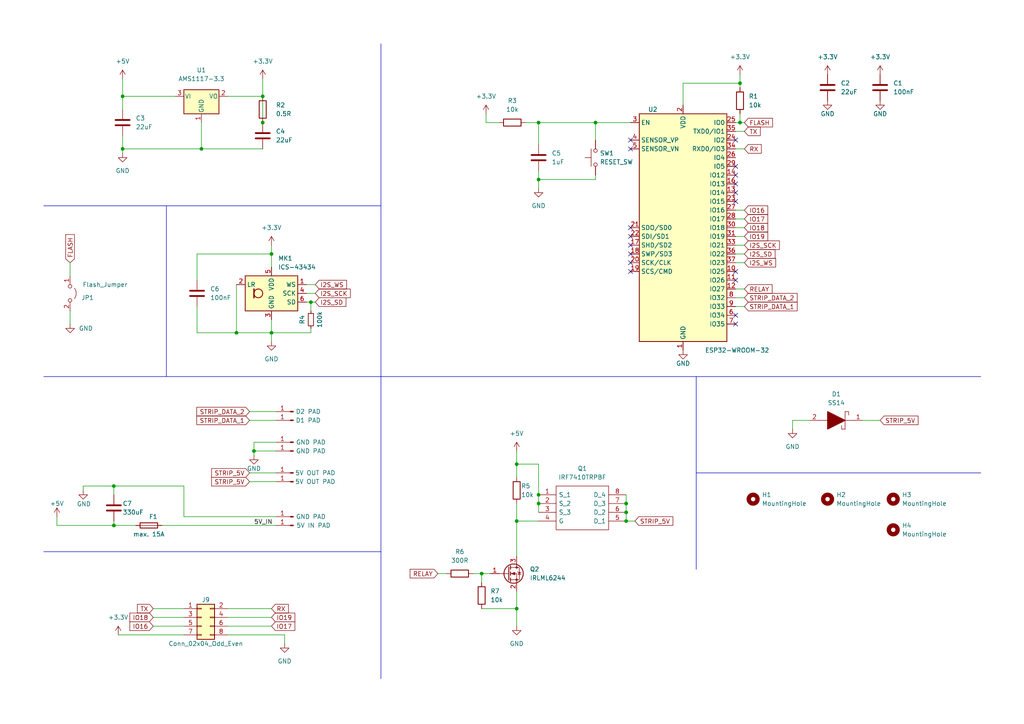
<source format=kicad_sch>
(kicad_sch (version 20230121) (generator eeschema)
  (paper "A4")
  (title_block (title "ULCSRWLEDC") (date "2023-07-15") (rev "1.0") (company "NANDXOR"))
  (lib_symbols
    (symbol "Connector:Conn_01x01_Pin" (pin_names (offset 1.016) hide)
      (property "Reference" "J" (at 0 2.54 0))
      (property "Value" "Conn_01x01_Pin" (at 0 -2.54 0))
      (symbol "Conn_01x01_Pin_1_1"
        (polyline (pts (xy 1.27 0) (xy 0.8636 0)) (stroke (width 0.1524)))
        (rectangle (start 0.8636 0.127) (end 0 -0.127) (stroke (width 0.1524)) (fill (type outline)))
        (pin passive line (at 5.08 0 180) (length 3.81) (name "Pin_1") (number "1"))
      )
    )
    (symbol "Connector_Generic:Conn_02x04_Odd_Even" (pin_names (offset 1.016) hide)
      (property "Reference" "J" (at 1.27 5.08 0))
      (property "Value" "Conn_02x04_Odd_Even" (at 1.27 -7.62 0))
      (symbol "Conn_02x04_Odd_Even_1_1"
        (rectangle (start -1.27 -4.953) (end 0 -5.207) (stroke (width 0.1524)))
        (rectangle (start -1.27 -2.413) (end 0 -2.667) (stroke (width 0.1524)))
        (rectangle (start -1.27 0.127) (end 0 -0.127) (stroke (width 0.1524)))
        (rectangle (start -1.27 2.667) (end 0 2.413) (stroke (width 0.1524)))
        (rectangle (start -1.27 3.81) (end 3.81 -6.35) (stroke (width 0.254)) (fill (type background)))
        (rectangle (start 3.81 -4.953) (end 2.54 -5.207) (stroke (width 0.1524)))
        (rectangle (start 3.81 -2.413) (end 2.54 -2.667) (stroke (width 0.1524)))
        (rectangle (start 3.81 0.127) (end 2.54 -0.127) (stroke (width 0.1524)))
        (rectangle (start 3.81 2.667) (end 2.54 2.413) (stroke (width 0.1524)))
        (pin passive line (at -5.08 2.54 0) (length 3.81) (name "Pin_1") (number "1"))
        (pin passive line (at 7.62 2.54 180) (length 3.81) (name "Pin_2") (number "2"))
        (pin passive line (at -5.08 0 0) (length 3.81) (name "Pin_3") (number "3"))
        (pin passive line (at 7.62 0 180) (length 3.81) (name "Pin_4") (number "4"))
        (pin passive line (at -5.08 -2.54 0) (length 3.81) (name "Pin_5") (number "5"))
        (pin passive line (at 7.62 -2.54 180) (length 3.81) (name "Pin_6") (number "6"))
        (pin passive line (at -5.08 -5.08 0) (length 3.81) (name "Pin_7") (number "7"))
        (pin passive line (at 7.62 -5.08 180) (length 3.81) (name "Pin_8") (number "8"))
      )
    )
    (symbol "Device:C" (pin_numbers hide) (pin_names (offset 0.254))
      (property "Reference" "C" (at 0.635 2.54 0))
      (property "Value" "C" (at 0.635 -2.54 0))
      (symbol "C_0_1"
        (polyline (pts (xy -2.032 -0.762) (xy 2.032 -0.762)) (stroke (width 0.508)))
        (polyline (pts (xy -2.032 0.762) (xy 2.032 0.762)) (stroke (width 0.508)))
      )
      (symbol "C_1_1"
        (pin passive line (at 0 3.81 270) (length 2.794) (name "~") (number "1"))
        (pin passive line (at 0 -3.81 90) (length 2.794) (name "~") (number "2"))
      )
    )
    (symbol "Device:Fuse" (pin_numbers hide) (pin_names (offset 0))
      (property "Reference" "F" (at 2.032 0 90))
      (property "Value" "Fuse" (at -1.905 0 90))
      (symbol "Fuse_0_1"
        (rectangle (start -0.762 -2.54) (end 0.762 2.54) (stroke (width 0.254)))
        (polyline (pts (xy 0 2.54) (xy 0 -2.54)))
      )
      (symbol "Fuse_1_1"
        (pin passive line (at 0 3.81 270) (length 1.27) (name "~") (number "1"))
        (pin passive line (at 0 -3.81 90) (length 1.27) (name "~") (number "2"))
      )
    )
    (symbol "Device:R" (pin_numbers hide) (pin_names (offset 0))
      (property "Reference" "R" (at 2.032 0 90))
      (property "Value" "R" (at 0 0 90))
      (symbol "R_0_1"
        (rectangle (start -1.016 -2.54) (end 1.016 2.54) (stroke (width 0.254)))
      )
      (symbol "R_1_1"
        (pin passive line (at 0 3.81 270) (length 1.27) (name "~") (number "1"))
        (pin passive line (at 0 -3.81 90) (length 1.27) (name "~") (number "2"))
      )
    )
    (symbol "Device:R_Small" (pin_numbers hide) (pin_names (offset 0.254) hide)
      (property "Reference" "R" (at 0.762 0.508 0))
      (property "Value" "R_Small" (at 0.762 -1.016 0))
      (symbol "R_Small_0_1"
        (rectangle (start -0.762 1.778) (end 0.762 -1.778) (stroke (width 0.2032)))
      )
      (symbol "R_Small_1_1"
        (pin passive line (at 0 2.54 270) (length 0.762) (name "~") (number "1"))
        (pin passive line (at 0 -2.54 90) (length 0.762) (name "~") (number "2"))
      )
    )
    (symbol "GND_1" (power) (pin_names (offset 0))
      (property "Value" "GND_1" (at 0 -3.81 0))
      (symbol "GND_1_0_1"
        (polyline (pts (xy 0 0) (xy 0 -1.27) (xy 1.27 -1.27) (xy 0 -2.54) (xy -1.27 -1.27) (xy 0 -1.27)))
      )
      (symbol "GND_1_1_1"
        (pin power_in line (at 0 0 270) (length 0) hide (name "GND") (number "1"))
      )
    )
    (symbol "GND_3" (power) (pin_names (offset 0))
      (property "Value" "GND_3" (at 0 -3.81 0))
      (symbol "GND_3_0_1"
        (polyline (pts (xy 0 0) (xy 0 -1.27) (xy 1.27 -1.27) (xy 0 -2.54) (xy -1.27 -1.27) (xy 0 -1.27)))
      )
      (symbol "GND_3_1_1"
        (pin power_in line (at 0 0 270) (length 0) hide (name "GND") (number "1"))
      )
    )
    (symbol "GND_4" (power) (pin_names (offset 0))
      (property "Value" "GND_4" (at 0 -3.81 0))
      (symbol "GND_4_0_1"
        (polyline (pts (xy 0 0) (xy 0 -1.27) (xy 1.27 -1.27) (xy 0 -2.54) (xy -1.27 -1.27) (xy 0 -1.27)))
      )
      (symbol "GND_4_1_1"
        (pin power_in line (at 0 0 270) (length 0) hide (name "GND") (number "1"))
      )
    )
    (symbol "Jumper:Jumper_2_Open" (pin_names (offset 0) hide)
      (property "Reference" "JP" (at 0 2.794 0))
      (property "Value" "Jumper_2_Open" (at 0 -2.286 0))
      (symbol "Jumper_2_Open_0_0"
        (circle (center -2.032 0) (radius 0.508))
        (circle (center 2.032 0) (radius 0.508))
      )
      (symbol "Jumper_2_Open_0_1"
        (arc (start 1.524 1.27) (mid 0 1.778) (end -1.524 1.27))
      )
      (symbol "Jumper_2_Open_1_1"
        (pin passive line (at -5.08 0 0) (length 2.54) (name "A") (number "1"))
        (pin passive line (at 5.08 0 180) (length 2.54) (name "B") (number "2"))
      )
    )
    (symbol "Mechanical:MountingHole" (pin_names (offset 1.016))
      (property "Reference" "H" (at 0 5.08 0))
      (property "Value" "MountingHole" (at 0 3.175 0))
      (symbol "MountingHole_0_1"
        (circle (center 0 0) (radius 1.27) (stroke (width 1.27)))
      )
    )
    (symbol "RF_Module:ESP32-WROOM-32"
      (property "Reference" "U" (at -12.7 34.29 0))
      (property "Value" "ESP32-WROOM-32" (at 1.27 34.29 0))
      (symbol "ESP32-WROOM-32_0_1"
        (rectangle (start -12.7 33.02) (end 12.7 -33.02) (stroke (width 0.254)) (fill (type background)))
      )
      (symbol "ESP32-WROOM-32_1_1"
        (pin power_in line (at 0 -35.56 90) (length 2.54) (name "GND") (number "1"))
        (pin bidirectional line (at 15.24 -12.7 180) (length 2.54) (name "IO25") (number "10"))
        (pin bidirectional line (at 15.24 -15.24 180) (length 2.54) (name "IO26") (number "11"))
        (pin bidirectional line (at 15.24 -17.78 180) (length 2.54) (name "IO27") (number "12"))
        (pin bidirectional line (at 15.24 10.16 180) (length 2.54) (name "IO14") (number "13"))
        (pin bidirectional line (at 15.24 15.24 180) (length 2.54) (name "IO12") (number "14"))
        (pin passive line (at 0 -35.56 90) (length 2.54) hide (name "GND") (number "15"))
        (pin bidirectional line (at 15.24 12.7 180) (length 2.54) (name "IO13") (number "16"))
        (pin bidirectional line (at -15.24 -5.08 0) (length 2.54) (name "SHD/SD2") (number "17"))
        (pin bidirectional line (at -15.24 -7.62 0) (length 2.54) (name "SWP/SD3") (number "18"))
        (pin bidirectional line (at -15.24 -12.7 0) (length 2.54) (name "SCS/CMD") (number "19"))
        (pin power_in line (at 0 35.56 270) (length 2.54) (name "VDD") (number "2"))
        (pin bidirectional line (at -15.24 -10.16 0) (length 2.54) (name "SCK/CLK") (number "20"))
        (pin bidirectional line (at -15.24 0 0) (length 2.54) (name "SDO/SD0") (number "21"))
        (pin bidirectional line (at -15.24 -2.54 0) (length 2.54) (name "SDI/SD1") (number "22"))
        (pin bidirectional line (at 15.24 7.62 180) (length 2.54) (name "IO15") (number "23"))
        (pin bidirectional line (at 15.24 25.4 180) (length 2.54) (name "IO2") (number "24"))
        (pin bidirectional line (at 15.24 30.48 180) (length 2.54) (name "IO0") (number "25"))
        (pin bidirectional line (at 15.24 20.32 180) (length 2.54) (name "IO4") (number "26"))
        (pin bidirectional line (at 15.24 5.08 180) (length 2.54) (name "IO16") (number "27"))
        (pin bidirectional line (at 15.24 2.54 180) (length 2.54) (name "IO17") (number "28"))
        (pin bidirectional line (at 15.24 17.78 180) (length 2.54) (name "IO5") (number "29"))
        (pin input line (at -15.24 30.48 0) (length 2.54) (name "EN") (number "3"))
        (pin bidirectional line (at 15.24 0 180) (length 2.54) (name "IO18") (number "30"))
        (pin bidirectional line (at 15.24 -2.54 180) (length 2.54) (name "IO19") (number "31"))
        (pin no_connect line (at -12.7 -27.94 0) (length 2.54) hide (name "NC") (number "32"))
        (pin bidirectional line (at 15.24 -5.08 180) (length 2.54) (name "IO21") (number "33"))
        (pin bidirectional line (at 15.24 22.86 180) (length 2.54) (name "RXD0/IO3") (number "34"))
        (pin bidirectional line (at 15.24 27.94 180) (length 2.54) (name "TXD0/IO1") (number "35"))
        (pin bidirectional line (at 15.24 -7.62 180) (length 2.54) (name "IO22") (number "36"))
        (pin bidirectional line (at 15.24 -10.16 180) (length 2.54) (name "IO23") (number "37"))
        (pin passive line (at 0 -35.56 90) (length 2.54) hide (name "GND") (number "38"))
        (pin passive line (at 0 -35.56 90) (length 2.54) hide (name "GND") (number "39"))
        (pin input line (at -15.24 25.4 0) (length 2.54) (name "SENSOR_VP") (number "4"))
        (pin input line (at -15.24 22.86 0) (length 2.54) (name "SENSOR_VN") (number "5"))
        (pin input line (at 15.24 -25.4 180) (length 2.54) (name "IO34") (number "6"))
        (pin input line (at 15.24 -27.94 180) (length 2.54) (name "IO35") (number "7"))
        (pin bidirectional line (at 15.24 -20.32 180) (length 2.54) (name "IO32") (number "8"))
        (pin bidirectional line (at 15.24 -22.86 180) (length 2.54) (name "IO33") (number "9"))
      )
    )
    (symbol "Regulator_Linear:AMS1117-3.3" (pin_names (offset 0.254))
      (property "Reference" "U" (at -3.81 3.175 0))
      (property "Value" "AMS1117-3.3" (at 0 3.175 0))
      (symbol "AMS1117-3.3_0_1"
        (rectangle (start -5.08 -5.08) (end 5.08 1.905) (stroke (width 0.254)) (fill (type background)))
      )
      (symbol "AMS1117-3.3_1_1"
        (pin power_in line (at 0 -7.62 90) (length 2.54) (name "GND") (number "1"))
        (pin power_out line (at 7.62 0 180) (length 2.54) (name "VO") (number "2"))
        (pin power_in line (at -7.62 0 0) (length 2.54) (name "VI") (number "3"))
      )
    )
    (symbol "SamacSys:IRF7410TRPBF" (pin_names (offset 0.762))
      (property "Reference" "Q" (at 21.59 7.62 0))
      (property "Value" "IRF7410TRPBF" (at 21.59 5.08 0))
      (symbol "IRF7410TRPBF_0_0"
        (pin input line (at 0 0 0) (length 5.08) (name "S_1") (number "1"))
        (pin input line (at 0 -2.54 0) (length 5.08) (name "S_2") (number "2"))
        (pin input line (at 0 -5.08 0) (length 5.08) (name "S_3") (number "3"))
        (pin input line (at 0 -7.62 0) (length 5.08) (name "G") (number "4"))
        (pin output line (at 25.4 -7.62 180) (length 5.08) (name "D_1") (number "5"))
        (pin output line (at 25.4 -5.08 180) (length 5.08) (name "D_2") (number "6"))
        (pin output line (at 25.4 -2.54 180) (length 5.08) (name "D_3") (number "7"))
        (pin output line (at 25.4 0 180) (length 5.08) (name "D_4") (number "8"))
      )
      (symbol "IRF7410TRPBF_0_1"
        (polyline (pts (xy 5.08 2.54) (xy 20.32 2.54) (xy 20.32 -10.16) (xy 5.08 -10.16) (xy 5.08 2.54)) (stroke (width 0.1524)))
      )
    )
    (symbol "SamacSys:SS14" (pin_names (offset 0.762))
      (property "Reference" "D" (at 12.7 8.89 0))
      (property "Value" "SS14" (at 12.7 6.35 0))
      (symbol "SS14_0_0"
        (pin passive line (at 2.54 0 0) (length 2.54) (name "~") (number "1"))
        (pin passive line (at 17.78 0 180) (length 2.54) (name "~") (number "2"))
      )
      (symbol "SS14_0_1"
        (polyline (pts (xy 5.08 0) (xy 7.62 0)) (stroke (width 0.1524)))
        (polyline (pts (xy 7.62 2.54) (xy 7.62 -2.54)) (stroke (width 0.1524)))
        (polyline (pts (xy 12.7 0) (xy 15.24 0)) (stroke (width 0.1524)))
        (polyline (pts (xy 7.62 -2.54) (xy 6.604 -2.54) (xy 6.604 -1.524)) (stroke (width 0.1524)))
        (polyline (pts (xy 7.62 2.54) (xy 8.636 2.54) (xy 8.636 1.524)) (stroke (width 0.1524)))
        (polyline (pts (xy 7.62 0) (xy 12.7 2.54) (xy 12.7 -2.54) (xy 7.62 0)) (stroke (width 0.254)) (fill (type outline)))
      )
    )
    (symbol "Sensor_Audio:ICS-43434"
      (property "Reference" "MK" (at -7.62 6.35 0))
      (property "Value" "ICS-43434" (at 1.27 6.35 0))
      (symbol "ICS-43434_1_1"
        (rectangle (start -7.62 5.08) (end 7.62 -5.08) (stroke (width 0.254)) (fill (type background)))
        (circle (center -3.81 0) (radius 1.27) (stroke (width 0.254)))
        (polyline (pts (xy -5.08 1.27) (xy -5.08 -1.27)) (stroke (width 0.381)))
        (pin input line (at 10.16 2.54 180) (length 2.54) (name "WS") (number "1"))
        (pin input line (at -10.16 2.54 0) (length 2.54) (name "LR") (number "2"))
        (pin power_in line (at 0 -7.62 90) (length 2.54) (name "GND") (number "3"))
        (pin input line (at 10.16 0 180) (length 2.54) (name "SCK") (number "4"))
        (pin power_in line (at 0 7.62 270) (length 2.54) (name "VDD") (number "5"))
        (pin output line (at 10.16 -2.54 180) (length 2.54) (name "SD") (number "6"))
      )
    )
    (symbol "Switch:SW_Push" (pin_numbers hide) (pin_names (offset 1.016) hide)
      (property "Reference" "SW" (at 1.27 2.54 0))
      (property "Value" "SW_Push" (at 0 -1.524 0))
      (symbol "SW_Push_0_1"
        (circle (center -2.032 0) (radius 0.508))
        (polyline (pts (xy 0 1.27) (xy 0 3.048)))
        (polyline (pts (xy 2.54 1.27) (xy -2.54 1.27)))
        (circle (center 2.032 0) (radius 0.508))
        (pin passive line (at -5.08 0 0) (length 2.54) (name "1") (number "1"))
        (pin passive line (at 5.08 0 180) (length 2.54) (name "2") (number "2"))
      )
    )
    (symbol "Transistor_FET:IRLML6244" (pin_names hide)
      (property "Reference" "Q" (at 5.08 1.905 0))
      (property "Value" "IRLML6244" (at 5.08 0 0))
      (symbol "IRLML6244_0_1"
        (polyline (pts (xy 0.254 0) (xy -2.54 0)))
        (polyline (pts (xy 0.254 1.905) (xy 0.254 -1.905)) (stroke (width 0.254)))
        (polyline (pts (xy 0.762 -1.27) (xy 0.762 -2.286)) (stroke (width 0.254)))
        (polyline (pts (xy 0.762 0.508) (xy 0.762 -0.508)) (stroke (width 0.254)))
        (polyline (pts (xy 0.762 2.286) (xy 0.762 1.27)) (stroke (width 0.254)))
        (polyline (pts (xy 2.54 2.54) (xy 2.54 1.778)))
        (polyline (pts (xy 2.54 -2.54) (xy 2.54 0) (xy 0.762 0)))
        (polyline (pts (xy 0.762 -1.778) (xy 3.302 -1.778) (xy 3.302 1.778) (xy 0.762 1.778)))
        (polyline (pts (xy 1.016 0) (xy 2.032 0.381) (xy 2.032 -0.381) (xy 1.016 0)) (fill (type outline)))
        (polyline (pts (xy 2.794 0.508) (xy 2.921 0.381) (xy 3.683 0.381) (xy 3.81 0.254)))
        (polyline (pts (xy 3.302 0.381) (xy 2.921 -0.254) (xy 3.683 -0.254) (xy 3.302 0.381)))
        (circle (center 1.651 0) (radius 2.794) (stroke (width 0.254)))
        (circle (center 2.54 -1.778) (radius 0.254) (fill (type outline)))
        (circle (center 2.54 1.778) (radius 0.254) (fill (type outline)))
      )
      (symbol "IRLML6244_1_1"
        (pin input line (at -5.08 0 0) (length 2.54) (name "G") (number "1"))
        (pin passive line (at 2.54 -5.08 90) (length 2.54) (name "S") (number "2"))
        (pin passive line (at 2.54 5.08 270) (length 2.54) (name "D") (number "3"))
      )
    )
    (symbol "power:+3.3V" (power) (pin_names (offset 0))
      (property "Value" "+3.3V" (at 0 3.556 0))
      (symbol "+3.3V_0_1"
        (polyline (pts (xy -0.762 1.27) (xy 0 2.54)))
        (polyline (pts (xy 0 0) (xy 0 2.54)))
        (polyline (pts (xy 0 2.54) (xy 0.762 1.27)))
      )
      (symbol "+3.3V_1_1"
        (pin power_in line (at 0 0 90) (length 0) hide (name "+3.3V") (number "1"))
      )
    )
    (symbol "power:+5V" (power) (pin_names (offset 0))
      (property "Value" "+5V" (at 0 3.556 0))
      (symbol "+5V_0_1"
        (polyline (pts (xy -0.762 1.27) (xy 0 2.54)))
        (polyline (pts (xy 0 0) (xy 0 2.54)))
        (polyline (pts (xy 0 2.54) (xy 0.762 1.27)))
      )
      (symbol "+5V_1_1"
        (pin power_in line (at 0 0 90) (length 0) hide (name "+5V") (number "1"))
      )
    )
    (symbol "power:GND" (power) (pin_names (offset 0))
      (property "Value" "GND" (at 0 -3.81 0))
      (symbol "GND_0_1"
        (polyline (pts (xy 0 0) (xy 0 -1.27) (xy 1.27 -1.27) (xy 0 -2.54) (xy -1.27 -1.27) (xy 0 -1.27)))
      )
      (symbol "GND_1_1"
        (pin power_in line (at 0 0 270) (length 0) hide (name "GND") (number "1"))
      )
    )
  )
  (junction (at 78.74 96.52))
  (junction (at 214.63 24.13))
  (junction (at 172.72 35.56))
  (junction (at 181.61 146.05))
  (junction (at 58.42 43.18))
  (junction (at 156.21 52.07))
  (junction (at 139.7 166.37))
  (junction (at 149.86 151.13))
  (junction (at 149.86 134.62))
  (junction (at 73.66 130.81))
  (junction (at 214.63 35.56))
  (junction (at 35.56 43.18))
  (junction (at 156.21 146.05))
  (junction (at 156.21 143.51))
  (junction (at 76.2 35.56))
  (junction (at 76.2 27.94))
  (junction (at 149.86 176.53))
  (junction (at 68.58 96.52))
  (junction (at 33.02 140.97))
  (junction (at 35.56 27.94))
  (junction (at 181.61 148.59))
  (junction (at 156.21 35.56))
  (junction (at 90.17 87.63))
  (junction (at 78.74 73.66))
  (junction (at 33.02 152.4))
  (junction (at 181.61 151.13))
  (no_connect (at 213.36 58.42))
  (no_connect (at 213.36 48.26))
  (no_connect (at 182.88 66.04))
  (no_connect (at 182.88 73.66))
  (no_connect (at 213.36 55.88))
  (no_connect (at 182.88 40.64))
  (no_connect (at 213.36 53.34))
  (no_connect (at 182.88 71.12))
  (no_connect (at 182.88 78.74))
  (no_connect (at 213.36 78.74))
  (no_connect (at 182.88 68.58))
  (no_connect (at 182.88 43.18))
  (no_connect (at 213.36 81.28))
  (no_connect (at 213.36 93.98))
  (no_connect (at 213.36 50.8))
  (no_connect (at 213.36 91.44))
  (no_connect (at 213.36 40.64))
  (no_connect (at 182.88 76.2))
  (wire (pts (xy 88.9 82.55) (xy 91.44 82.55)))
  (wire (pts (xy 250.19 121.92) (xy 255.27 121.92)))
  (wire (pts (xy 72.39 119.38) (xy 80.01 119.38)))
  (wire (pts (xy 172.72 50.8) (xy 172.72 52.07)))
  (wire (pts (xy 213.36 71.12) (xy 215.9 71.12)))
  (wire (pts (xy 78.74 96.52) (xy 68.58 96.52)))
  (wire (pts (xy 149.86 134.62) (xy 156.21 134.62)))
  (wire (pts (xy 90.17 87.63) (xy 91.44 87.63)))
  (wire (pts (xy 213.36 38.1) (xy 215.9 38.1)))
  (wire (pts (xy 127 166.37) (xy 129.54 166.37)))
  (wire (pts (xy 90.17 96.52) (xy 90.17 95.25)))
  (wire (pts (xy 80.01 128.27) (xy 73.66 128.27)))
  (wire (pts (xy 24.13 142.24) (xy 24.13 140.97)))
  (wire (pts (xy 213.36 83.82) (xy 215.9 83.82)))
  (wire (pts (xy 172.72 40.64) (xy 172.72 35.56)))
  (wire (pts (xy 58.42 43.18) (xy 76.2 43.18)))
  (polyline (pts (xy 110.49 12.7) (xy 110.49 196.85)))
  (wire (pts (xy 16.51 152.4) (xy 33.02 152.4)))
  (wire (pts (xy 72.39 139.7) (xy 80.01 139.7)))
  (wire (pts (xy 73.66 130.81) (xy 80.01 130.81)))
  (polyline (pts (xy 110.49 109.22) (xy 284.48 109.22)))
  (wire (pts (xy 214.63 21.59) (xy 214.63 24.13)))
  (wire (pts (xy 213.36 60.96) (xy 215.9 60.96)))
  (polyline (pts (xy 48.26 59.69) (xy 48.26 109.22)))
  (wire (pts (xy 156.21 143.51) (xy 156.21 146.05)))
  (wire (pts (xy 140.97 35.56) (xy 144.78 35.56)))
  (wire (pts (xy 139.7 176.53) (xy 149.86 176.53)))
  (wire (pts (xy 139.7 166.37) (xy 142.24 166.37)))
  (wire (pts (xy 213.36 43.18) (xy 215.9 43.18)))
  (wire (pts (xy 76.2 27.94) (xy 76.2 35.56)))
  (wire (pts (xy 156.21 146.05) (xy 156.21 148.59)))
  (wire (pts (xy 57.15 96.52) (xy 57.15 88.9)))
  (wire (pts (xy 35.56 43.18) (xy 35.56 39.37)))
  (wire (pts (xy 152.4 35.56) (xy 156.21 35.56)))
  (wire (pts (xy 214.63 35.56) (xy 215.9 35.56)))
  (wire (pts (xy 44.45 181.61) (xy 53.34 181.61)))
  (wire (pts (xy 234.95 121.92) (xy 229.87 121.92)))
  (wire (pts (xy 213.36 73.66) (xy 215.9 73.66)))
  (wire (pts (xy 33.02 140.97) (xy 53.34 140.97)))
  (wire (pts (xy 66.04 181.61) (xy 78.74 181.61)))
  (wire (pts (xy 88.9 87.63) (xy 90.17 87.63)))
  (wire (pts (xy 214.63 24.13) (xy 214.63 25.4)))
  (wire (pts (xy 156.21 35.56) (xy 172.72 35.56)))
  (wire (pts (xy 73.66 128.27) (xy 73.66 130.81)))
  (wire (pts (xy 72.39 121.92) (xy 80.01 121.92)))
  (wire (pts (xy 35.56 31.75) (xy 35.56 27.94)))
  (wire (pts (xy 156.21 134.62) (xy 156.21 143.51)))
  (wire (pts (xy 213.36 35.56) (xy 214.63 35.56)))
  (wire (pts (xy 149.86 146.05) (xy 149.86 151.13)))
  (wire (pts (xy 20.32 93.98) (xy 20.32 90.17)))
  (wire (pts (xy 44.45 179.07) (xy 53.34 179.07)))
  (wire (pts (xy 229.87 121.92) (xy 229.87 124.46)))
  (wire (pts (xy 76.2 22.86) (xy 76.2 27.94)))
  (wire (pts (xy 181.61 146.05) (xy 181.61 148.59)))
  (wire (pts (xy 213.36 88.9) (xy 215.9 88.9)))
  (wire (pts (xy 57.15 81.28) (xy 57.15 73.66)))
  (wire (pts (xy 66.04 27.94) (xy 76.2 27.94)))
  (wire (pts (xy 78.74 71.12) (xy 78.74 73.66)))
  (wire (pts (xy 58.42 43.18) (xy 35.56 43.18)))
  (wire (pts (xy 66.04 179.07) (xy 78.74 179.07)))
  (wire (pts (xy 82.55 184.15) (xy 82.55 186.69)))
  (wire (pts (xy 213.36 86.36) (xy 215.9 86.36)))
  (wire (pts (xy 20.32 76.2) (xy 20.32 80.01)))
  (wire (pts (xy 156.21 35.56) (xy 156.21 41.91)))
  (wire (pts (xy 149.86 134.62) (xy 149.86 138.43)))
  (wire (pts (xy 78.74 96.52) (xy 90.17 96.52)))
  (wire (pts (xy 66.04 184.15) (xy 82.55 184.15)))
  (wire (pts (xy 198.12 24.13) (xy 214.63 24.13)))
  (wire (pts (xy 53.34 149.86) (xy 53.34 140.97)))
  (wire (pts (xy 68.58 96.52) (xy 57.15 96.52)))
  (wire (pts (xy 137.16 166.37) (xy 139.7 166.37)))
  (wire (pts (xy 149.86 171.45) (xy 149.86 176.53)))
  (polyline (pts (xy 201.93 137.16) (xy 284.48 137.16)))
  (wire (pts (xy 214.63 33.02) (xy 214.63 35.56)))
  (wire (pts (xy 68.58 82.55) (xy 68.58 96.52)))
  (wire (pts (xy 34.29 184.15) (xy 53.34 184.15)))
  (wire (pts (xy 44.45 176.53) (xy 53.34 176.53)))
  (wire (pts (xy 46.99 152.4) (xy 80.01 152.4)))
  (wire (pts (xy 156.21 52.07) (xy 172.72 52.07)))
  (wire (pts (xy 16.51 149.86) (xy 16.51 152.4)))
  (wire (pts (xy 198.12 30.48) (xy 198.12 24.13)))
  (polyline (pts (xy 12.7 109.22) (xy 110.49 109.22)))
  (wire (pts (xy 88.9 85.09) (xy 91.44 85.09)))
  (polyline (pts (xy 12.7 59.69) (xy 110.49 59.69)))
  (wire (pts (xy 66.04 176.53) (xy 78.74 176.53)))
  (wire (pts (xy 139.7 166.37) (xy 139.7 168.91)))
  (wire (pts (xy 149.86 151.13) (xy 149.86 161.29)))
  (wire (pts (xy 149.86 151.13) (xy 156.21 151.13)))
  (wire (pts (xy 72.39 137.16) (xy 80.01 137.16)))
  (wire (pts (xy 58.42 35.56) (xy 58.42 43.18)))
  (wire (pts (xy 35.56 43.18) (xy 35.56 44.45)))
  (wire (pts (xy 90.17 87.63) (xy 90.17 90.17)))
  (wire (pts (xy 78.74 96.52) (xy 78.74 99.06)))
  (polyline (pts (xy 12.7 160.02) (xy 110.49 160.02)))
  (wire (pts (xy 53.34 149.86) (xy 80.01 149.86)))
  (wire (pts (xy 78.74 73.66) (xy 78.74 77.47)))
  (wire (pts (xy 24.13 140.97) (xy 33.02 140.97)))
  (wire (pts (xy 78.74 92.71) (xy 78.74 96.52)))
  (wire (pts (xy 156.21 52.07) (xy 156.21 54.61)))
  (wire (pts (xy 213.36 68.58) (xy 215.9 68.58)))
  (wire (pts (xy 35.56 27.94) (xy 50.8 27.94)))
  (wire (pts (xy 149.86 130.81) (xy 149.86 134.62)))
  (wire (pts (xy 181.61 151.13) (xy 184.15 151.13)))
  (polyline (pts (xy 201.93 109.22) (xy 201.93 165.1)))
  (wire (pts (xy 33.02 140.97) (xy 33.02 143.51)))
  (wire (pts (xy 33.02 152.4) (xy 39.37 152.4)))
  (wire (pts (xy 172.72 35.56) (xy 182.88 35.56)))
  (wire (pts (xy 213.36 76.2) (xy 215.9 76.2)))
  (wire (pts (xy 140.97 35.56) (xy 140.97 33.02)))
  (wire (pts (xy 213.36 63.5) (xy 215.9 63.5)))
  (wire (pts (xy 57.15 73.66) (xy 78.74 73.66)))
  (wire (pts (xy 181.61 148.59) (xy 181.61 151.13)))
  (wire (pts (xy 35.56 22.86) (xy 35.56 27.94)))
  (wire (pts (xy 73.66 130.81) (xy 73.66 132.08)))
  (wire (pts (xy 149.86 176.53) (xy 149.86 181.61)))
  (wire (pts (xy 156.21 49.53) (xy 156.21 52.07)))
  (wire (pts (xy 33.02 151.13) (xy 33.02 152.4)))
  (wire (pts (xy 213.36 66.04) (xy 215.9 66.04)))
  (wire (pts (xy 181.61 143.51) (xy 181.61 146.05)))
  (label "5V_IN" (at 73.66 152.4 0))
  (global_label "IO19" (shape input) (at 215.9 68.58 0) (property "Intersheetrefs" "${INTERSHEET_REFS}" (effects hide)))
  (global_label "RELAY" (shape input) (at 127 166.37 180) (property "Intersheetrefs" "${INTERSHEET_REFS}" (effects hide)))
  (global_label "RELAY" (shape input) (at 215.9 83.82 0) (property "Intersheetrefs" "${INTERSHEET_REFS}" (effects hide)))
  (global_label "IO17" (shape input) (at 78.74 181.61 0) (property "Intersheetrefs" "${INTERSHEET_REFS}" (effects hide)))
  (global_label "STRIP_5V" (shape input) (at 72.39 139.7 180) (property "Intersheetrefs" "${INTERSHEET_REFS}" (effects hide)))
  (global_label "STRIP_DATA_1" (shape input) (at 215.9 88.9 0) (property "Intersheetrefs" "${INTERSHEET_REFS}" (effects hide)))
  (global_label "STRIP_5V" (shape input) (at 255.27 121.92 0) (property "Intersheetrefs" "${INTERSHEET_REFS}" (effects hide)))
  (global_label "STRIP_DATA_1" (shape input) (at 72.39 121.92 180) (property "Intersheetrefs" "${INTERSHEET_REFS}" (effects hide)))
  (global_label "I2S_SD" (shape input) (at 215.9 73.66 0) (property "Intersheetrefs" "${INTERSHEET_REFS}" (effects hide)))
  (global_label "IO18" (shape input) (at 44.45 179.07 180) (property "Intersheetrefs" "${INTERSHEET_REFS}" (effects hide)))
  (global_label "FLASH" (shape input) (at 20.32 76.2 90) (property "Intersheetrefs" "${INTERSHEET_REFS}" (effects hide)))
  (global_label "I2S_WS" (shape input) (at 215.9 76.2 0) (property "Intersheetrefs" "${INTERSHEET_REFS}" (effects hide)))
  (global_label "STRIP_DATA_2" (shape input) (at 215.9 86.36 0) (property "Intersheetrefs" "${INTERSHEET_REFS}" (effects hide)))
  (global_label "TX" (shape input) (at 44.45 176.53 180) (property "Intersheetrefs" "${INTERSHEET_REFS}" (effects hide)))
  (global_label "STRIP_5V" (shape input) (at 184.15 151.13 0) (property "Intersheetrefs" "${INTERSHEET_REFS}" (effects hide)))
  (global_label "RX" (shape input) (at 215.9 43.18 0) (property "Intersheetrefs" "${INTERSHEET_REFS}" (effects hide)))
  (global_label "RX" (shape input) (at 78.74 176.53 0) (property "Intersheetrefs" "${INTERSHEET_REFS}" (effects hide)))
  (global_label "IO16" (shape input) (at 215.9 60.96 0) (property "Intersheetrefs" "${INTERSHEET_REFS}" (effects hide)))
  (global_label "IO16" (shape input) (at 44.45 181.61 180) (property "Intersheetrefs" "${INTERSHEET_REFS}" (effects hide)))
  (global_label "TX" (shape input) (at 215.9 38.1 0) (property "Intersheetrefs" "${INTERSHEET_REFS}" (effects hide)))
  (global_label "IO17" (shape input) (at 215.9 63.5 0) (property "Intersheetrefs" "${INTERSHEET_REFS}" (effects hide)))
  (global_label "I2S_SCK" (shape input) (at 215.9 71.12 0) (property "Intersheetrefs" "${INTERSHEET_REFS}" (effects hide)))
  (global_label "STRIP_DATA_2" (shape input) (at 72.39 119.38 180) (property "Intersheetrefs" "${INTERSHEET_REFS}" (effects hide)))
  (global_label "I2S_SCK" (shape input) (at 91.44 85.09 0) (property "Intersheetrefs" "${INTERSHEET_REFS}" (effects hide)))
  (global_label "IO18" (shape input) (at 215.9 66.04 0) (property "Intersheetrefs" "${INTERSHEET_REFS}" (effects hide)))
  (global_label "IO19" (shape input) (at 78.74 179.07 0) (property "Intersheetrefs" "${INTERSHEET_REFS}" (effects hide)))
  (global_label "I2S_WS" (shape input) (at 91.44 82.55 0) (property "Intersheetrefs" "${INTERSHEET_REFS}" (effects hide)))
  (global_label "FLASH" (shape input) (at 215.9 35.56 0) (property "Intersheetrefs" "${INTERSHEET_REFS}" (effects hide)))
  (global_label "STRIP_5V" (shape input) (at 72.39 137.16 180) (property "Intersheetrefs" "${INTERSHEET_REFS}" (effects hide)))
  (global_label "I2S_SD" (shape input) (at 91.44 87.63 0) (property "Intersheetrefs" "${INTERSHEET_REFS}" (effects hide)))
  (symbol (lib_id "SamacSys:IRF7410TRPBF") (at 156.21 143.51 0) (unit 1)
    (property "Reference" "Q1" (at 168.91 135.89 0))
    (property "Value" "IRF7410TRPBF" (at 168.91 138.43 0))
    (property "Footprint" "Package_SO:SO-8_3.9x4.9mm_P1.27mm" (effects hide))
  )
  (symbol (lib_id "power:+3.3V") (at 240.03 21.59 0) (unit 1)
    (property "Reference" "#PWR04" (effects hide))
    (property "Value" "+3.3V" (at 240.03 16.51 0))
  )
  (symbol (lib_id "Sensor_Audio:ICS-43434") (at 78.74 85.09 0) (unit 1)
    (property "Reference" "MK1" (at 80.6959 74.93 0) (effects (justify left)))
    (property "Value" "ICS-43434" (at 80.6959 77.47 0) (effects (justify left)))
    (property "Footprint" "Sensor_Audio:InvenSense_ICS-43434-6_3.5x2.65mm" (effects hide))
  )
  (symbol (lib_id "Device:R") (at 133.35 166.37 90) (unit 1)
    (property "Reference" "R6" (at 133.35 160.02 90))
    (property "Value" "300R" (at 133.35 162.56 90))
    (property "Footprint" "Resistor_SMD:R_0805_2012Metric" (effects hide))
  )
  (symbol (lib_id "Transistor_FET:IRLML6244") (at 147.32 166.37 0) (unit 1)
    (property "Reference" "Q2" (at 153.67 165.1 0) (effects (justify left)))
    (property "Value" "IRLML6244" (at 153.67 167.64 0) (effects (justify left)))
    (property "Footprint" "Package_TO_SOT_SMD:SOT-23-3" (effects hide))
  )
  (symbol (lib_id "power:+3.3V") (at 255.27 21.59 0) (unit 1)
    (property "Reference" "#PWR05" (effects hide))
    (property "Value" "+3.3V" (at 255.27 16.51 0))
  )
  (symbol (lib_id "Device:R") (at 148.59 35.56 90) (unit 1)
    (property "Reference" "R3" (at 148.59 29.21 90))
    (property "Value" "10k" (at 148.59 31.75 90))
    (property "Footprint" "Resistor_SMD:R_0805_2012Metric" (effects hide))
  )
  (symbol (lib_id "power:GND") (at 20.32 93.98 0) (unit 1)
    (property "Reference" "#PWR011" (effects hide))
    (property "Value" "GND" (at 22.86 95.25 0) (effects (justify left)))
  )
  (symbol (lib_id "power:+3.3V") (at 78.74 71.12 0) (unit 1)
    (property "Reference" "#PWR010" (effects hide))
    (property "Value" "+3.3V" (at 78.74 66.04 0))
  )
  (symbol (lib_id "Connector:Conn_01x01_Pin") (at 85.09 139.7 180) (unit 1)
    (property "Reference" "J1" (effects hide))
    (property "Value" "5V OUT PAD" (at 91.44 139.7 0))
    (property "Footprint" "ProjectLibrary:SolderWirePad_1x01_SMD_3x6mm" (effects hide))
  )
  (symbol (lib_id "power:+3.3V") (at 76.2 22.86 0) (unit 1)
    (property "Reference" "#PWR02" (effects hide))
    (property "Value" "+3.3V" (at 76.2 17.78 0))
  )
  (symbol (lib_name "GND_1") (lib_id "power:GND") (at 78.74 99.06 0) (unit 1)
    (property "Reference" "#PWR012" (effects hide))
    (property "Value" "GND" (at 78.74 104.14 0))
  )
  (symbol (lib_id "power:GND") (at 82.55 186.69 0) (unit 1)
    (property "Reference" "#PWR022" (effects hide))
    (property "Value" "GND" (at 82.55 191.77 0))
  )
  (symbol (lib_id "power:+5V") (at 16.51 149.86 0) (unit 1)
    (property "Reference" "#PWR019" (effects hide))
    (property "Value" "+5V" (at 16.51 146.05 0))
  )
  (symbol (lib_id "Device:R") (at 214.63 29.21 0) (unit 1)
    (property "Reference" "R1" (at 217.17 27.9399 0) (effects (justify left)))
    (property "Value" "10k" (at 217.17 30.4799 0) (effects (justify left)))
    (property "Footprint" "Resistor_SMD:R_0805_2012Metric" (effects hide))
  )
  (symbol (lib_id "Connector:Conn_01x01_Pin") (at 85.09 137.16 180) (unit 1)
    (property "Reference" "J4" (effects hide))
    (property "Value" "5V OUT PAD" (at 91.44 137.16 0))
    (property "Footprint" "ProjectLibrary:SolderWirePad_1x01_SMD_3x6mm" (effects hide))
  )
  (symbol (lib_name "GND_4") (lib_id "power:GND") (at 73.66 132.08 0) (unit 1)
    (property "Reference" "#PWR017" (effects hide))
    (property "Value" "GND" (at 73.66 135.89 0))
  )
  (symbol (lib_id "Connector:Conn_01x01_Pin") (at 85.09 128.27 180) (unit 1)
    (property "Reference" "J3" (effects hide))
    (property "Value" "GND PAD" (at 90.17 128.27 0))
    (property "Footprint" "ProjectLibrary:SolderWirePad_1x01_SMD_3x6mm" (effects hide))
  )
  (symbol (lib_id "Mechanical:MountingHole") (at 259.08 153.67 0) (unit 1)
    (property "Reference" "H4" (at 261.62 152.3999 0) (effects (justify left)))
    (property "Value" "MountingHole" (at 261.62 154.9399 0) (effects (justify left)))
    (property "Footprint" "MountingHole:MountingHole_3.2mm_M3_DIN965_Pad_TopBottom" (effects hide))
  )
  (symbol (lib_id "power:+5V") (at 35.56 22.86 0) (unit 1)
    (property "Reference" "#PWR01" (effects hide))
    (property "Value" "+5V" (at 35.56 17.78 0))
  )
  (symbol (lib_id "power:GND") (at 149.86 181.61 0) (unit 1)
    (property "Reference" "#PWR020" (effects hide))
    (property "Value" "GND" (at 149.86 186.69 0))
  )
  (symbol (lib_id "power:GND") (at 35.56 44.45 0) (unit 1)
    (property "Reference" "#PWR08" (effects hide))
    (property "Value" "GND" (at 35.56 49.53 0))
  )
  (symbol (lib_id "power:+3.3V") (at 214.63 21.59 0) (unit 1)
    (property "Reference" "#PWR03" (effects hide))
    (property "Value" "+3.3V" (at 214.63 16.51 0))
  )
  (symbol (lib_id "Device:C") (at 33.02 147.32 180) (unit 1)
    (property "Reference" "C7" (at 35.56 146.05 0) (effects (justify right)))
    (property "Value" "330uF" (at 35.56 148.59 0) (effects (justify right)))
    (property "Footprint" "Capacitor_THT:CP_Radial_D8.0mm_P3.50mm" (effects hide))
  )
  (symbol (lib_id "Device:R") (at 76.2 31.75 0) (unit 1)
    (property "Reference" "R2" (at 80.01 30.48 0) (effects (justify left)))
    (property "Value" "0.5R" (at 80.01 33.02 0) (effects (justify left)))
    (property "Footprint" "Resistor_SMD:R_0805_2012Metric" (effects hide))
  )
  (symbol (lib_name "GND_3") (lib_id "power:GND") (at 240.03 29.21 0) (unit 1)
    (property "Reference" "#PWR06" (effects hide))
    (property "Value" "GND" (at 240.03 33.02 0))
  )
  (symbol (lib_id "Device:C") (at 255.27 25.4 180) (unit 1)
    (property "Reference" "C1" (at 259.08 24.13 0) (effects (justify right)))
    (property "Value" "100nF" (at 259.08 26.67 0) (effects (justify right)))
    (property "Footprint" "Capacitor_SMD:C_0805_2012Metric" (effects hide))
  )
  (symbol (lib_id "power:+5V") (at 149.86 130.81 0) (unit 1)
    (property "Reference" "#PWR016" (effects hide))
    (property "Value" "+5V" (at 149.86 125.73 0))
  )
  (symbol (lib_id "Device:C") (at 156.21 45.72 0) (unit 1)
    (property "Reference" "C5" (at 160.02 44.4499 0) (effects (justify left)))
    (property "Value" "1uF" (at 160.02 46.9899 0) (effects (justify left)))
    (property "Footprint" "Capacitor_SMD:C_0805_2012Metric" (effects hide))
  )
  (symbol (lib_id "Switch:SW_Push") (at 172.72 45.72 90) (unit 1)
    (property "Reference" "SW1" (at 173.99 44.4499 90) (effects (justify right)))
    (property "Value" "RESET_SW" (at 173.99 46.9899 90) (effects (justify right)))
    (property "Footprint" "Button_Switch_SMD:SW_Tactile_SPST_NO_Straight_CK_PTS636Sx25SMTRLFS" (effects hide))
  )
  (symbol (lib_id "Device:C") (at 35.56 35.56 0) (unit 1)
    (property "Reference" "C3" (at 39.37 34.29 0) (effects (justify left)))
    (property "Value" "22uF" (at 39.37 36.83 0) (effects (justify left)))
    (property "Footprint" "Capacitor_SMD:C_0805_2012Metric" (effects hide))
  )
  (symbol (lib_id "Device:R") (at 149.86 142.24 0) (unit 1)
    (property "Reference" "R5" (at 151.13 140.97 0) (effects (justify left)))
    (property "Value" "10k" (at 151.13 143.51 0) (effects (justify left)))
    (property "Footprint" "Resistor_SMD:R_0805_2012Metric" (effects hide))
  )
  (symbol (lib_name "GND_3") (lib_id "power:GND") (at 198.12 101.6 0) (unit 1)
    (property "Reference" "#PWR013" (effects hide))
    (property "Value" "GND" (at 198.12 105.41 0))
  )
  (symbol (lib_id "Device:R") (at 139.7 172.72 0) (unit 1)
    (property "Reference" "R7" (at 142.24 171.4499 0) (effects (justify left)))
    (property "Value" "10k" (at 142.24 173.9899 0) (effects (justify left)))
    (property "Footprint" "Resistor_SMD:R_0805_2012Metric" (effects hide))
  )
  (symbol (lib_id "Connector_Generic:Conn_02x04_Odd_Even") (at 58.42 179.07 0) (unit 1)
    (property "Reference" "J9" (at 59.69 173.99 0))
    (property "Value" "Conn_02x04_Odd_Even" (at 59.69 186.69 0))
    (property "Footprint" "Connector_PinHeader_2.54mm:PinHeader_2x04_P2.54mm_Vertical" (effects hide))
  )
  (symbol (lib_id "power:+3.3V") (at 34.29 184.15 0) (unit 1)
    (property "Reference" "#PWR021" (effects hide))
    (property "Value" "+3.3V" (at 34.29 179.07 0))
  )
  (symbol (lib_id "Connector:Conn_01x01_Pin") (at 85.09 152.4 180) (unit 1)
    (property "Reference" "J8" (effects hide))
    (property "Value" "5V IN PAD" (at 90.932 152.4 0))
    (property "Footprint" "ProjectLibrary:SolderWirePad_1x01_SMD_3x6mm" (effects hide))
  )
  (symbol (lib_id "power:GND") (at 229.87 124.46 0) (unit 1)
    (property "Reference" "#PWR015" (effects hide))
    (property "Value" "GND" (at 229.87 129.54 0))
  )
  (symbol (lib_id "Mechanical:MountingHole") (at 259.08 144.78 0) (unit 1)
    (property "Reference" "H3" (at 261.62 143.5099 0) (effects (justify left)))
    (property "Value" "MountingHole" (at 261.62 146.0499 0) (effects (justify left)))
    (property "Footprint" "MountingHole:MountingHole_3.2mm_M3_DIN965_Pad_TopBottom" (effects hide))
  )
  (symbol (lib_name "GND_3") (lib_id "power:GND") (at 255.27 29.21 0) (unit 1)
    (property "Reference" "#PWR023" (effects hide))
    (property "Value" "GND" (at 255.27 33.02 0))
  )
  (symbol (lib_id "power:GND") (at 156.21 54.61 0) (unit 1)
    (property "Reference" "#PWR09" (effects hide))
    (property "Value" "GND" (at 156.21 59.69 0))
  )
  (symbol (lib_id "RF_Module:ESP32-WROOM-32") (at 198.12 66.04 0) (unit 1)
    (property "Reference" "U2" (at 187.96 31.75 0) (effects (justify left)))
    (property "Value" "ESP32-WROOM-32" (at 204.47 101.6 0) (effects (justify left)))
    (property "Footprint" "RF_Module:ESP32-WROOM-32" (effects hide))
    (property "Datasheet" "https://www.espressif.com/sites/default/files/documentation/esp32-wroom-32_datasheet_en.pdf" (effects hide))
  )
  (symbol (lib_id "Mechanical:MountingHole") (at 240.03 144.78 0) (unit 1)
    (property "Reference" "H2" (at 242.57 143.5099 0) (effects (justify left)))
    (property "Value" "MountingHole" (at 242.57 146.0499 0) (effects (justify left)))
    (property "Footprint" "MountingHole:MountingHole_3.2mm_M3_DIN965_Pad_TopBottom" (effects hide))
  )
  (symbol (lib_id "Connector:Conn_01x01_Pin") (at 85.09 149.86 180) (unit 1)
    (property "Reference" "J7" (effects hide))
    (property "Value" "GND PAD" (at 90.17 149.86 0))
    (property "Footprint" "ProjectLibrary:SolderWirePad_1x01_SMD_3x6mm" (effects hide))
  )
  (symbol (lib_id "Device:R_Small") (at 90.17 92.71 180) (unit 1)
    (property "Reference" "R4" (at 87.63 92.71 90))
    (property "Value" "100k" (at 92.71 92.71 90))
    (property "Footprint" "Resistor_SMD:R_0805_2012Metric" (effects hide))
  )
  (symbol (lib_id "Connector:Conn_01x01_Pin") (at 85.09 130.81 180) (unit 1)
    (property "Reference" "J6" (effects hide))
    (property "Value" "GND PAD" (at 90.17 130.81 0))
    (property "Footprint" "ProjectLibrary:SolderWirePad_1x01_SMD_3x6mm" (effects hide))
  )
  (symbol (lib_id "power:+3.3V") (at 140.97 33.02 0) (unit 1)
    (property "Reference" "#PWR07" (effects hide))
    (property "Value" "+3.3V" (at 140.97 27.94 0))
  )
  (symbol (lib_id "Device:C") (at 76.2 39.37 0) (unit 1)
    (property "Reference" "C4" (at 80.01 38.1 0) (effects (justify left)))
    (property "Value" "22uF" (at 80.01 40.64 0) (effects (justify left)))
    (property "Footprint" "Capacitor_SMD:C_0805_2012Metric" (effects hide))
  )
  (symbol (lib_id "Jumper:Jumper_2_Open") (at 20.32 85.09 270) (unit 1)
    (property "Reference" "JP1" (at 25.4 86.36 90))
    (property "Value" "Flash_Jumper" (at 30.48 82.55 90))
    (property "Footprint" "Jumper:SolderJumper-2_P1.3mm_Open_RoundedPad1.0x1.5mm" (effects hide))
  )
  (symbol (lib_id "Device:Fuse") (at 43.18 152.4 90) (unit 1)
    (property "Reference" "F1" (at 44.45 149.86 90))
    (property "Value" "max. 15A" (at 43.18 154.94 90))
    (property "Footprint" "Fuse:Fuse_Blade_Mini_directSolder" (effects hide))
  )
  (symbol (lib_id "power:GND") (at 24.13 142.24 0) (unit 1)
    (property "Reference" "#PWR018" (effects hide))
    (property "Value" "GND" (at 22.2858 146.1683 0) (effects (justify left)))
  )
  (symbol (lib_id "Device:C") (at 57.15 85.09 0) (unit 1)
    (property "Reference" "C6" (at 60.96 83.82 0) (effects (justify left)))
    (property "Value" "100nF" (at 60.96 86.36 0) (effects (justify left)))
    (property "Footprint" "Capacitor_SMD:C_0805_2012Metric" (effects hide))
  )
  (symbol (lib_id "Device:C") (at 240.03 25.4 0) (unit 1)
    (property "Reference" "C2" (at 243.84 24.13 0) (effects (justify left)))
    (property "Value" "22uF" (at 243.84 26.67 0) (effects (justify left)))
    (property "Footprint" "Capacitor_SMD:C_0805_2012Metric" (effects hide))
  )
  (symbol (lib_id "Regulator_Linear:AMS1117-3.3") (at 58.42 27.94 0) (unit 1)
    (property "Reference" "U1" (at 58.42 20.32 0))
    (property "Value" "AMS1117-3.3" (at 58.42 22.86 0))
    (property "Footprint" "Package_TO_SOT_SMD:SOT-223-3_TabPin2" (effects hide))
  )
  (symbol (lib_id "SamacSys:SS14") (at 252.73 121.92 180) (unit 1)
    (property "Reference" "D1" (at 242.57 114.3 0))
    (property "Value" "SS14" (at 242.57 116.84 0))
    (property "Footprint" "Diode_SMD:D_SMA" (effects hide))
  )
  (symbol (lib_id "Connector:Conn_01x01_Pin") (at 85.09 119.38 180) (unit 1)
    (property "Reference" "J5" (effects hide))
    (property "Value" "D2 PAD" (at 89.408 119.38 0))
    (property "Footprint" "ProjectLibrary:SolderWirePad_1x01_SMD_3x6mm" (effects hide))
  )
  (symbol (lib_id "Mechanical:MountingHole") (at 218.44 144.78 90) (unit 1)
    (property "Reference" "H1" (at 220.98 143.5099 90) (effects (justify right)))
    (property "Value" "MountingHole" (at 220.98 146.0499 90) (effects (justify right)))
    (property "Footprint" "MountingHole:MountingHole_3.2mm_M3_DIN965_Pad_TopBottom" (effects hide))
  )
  (symbol (lib_id "Connector:Conn_01x01_Pin") (at 85.09 121.92 180) (unit 1)
    (property "Reference" "J2" (effects hide))
    (property "Value" "D1 PAD" (at 89.408 121.92 0))
    (property "Footprint" "ProjectLibrary:SolderWirePad_1x01_SMD_3x6mm" (effects hide))
  )
)
</source>
